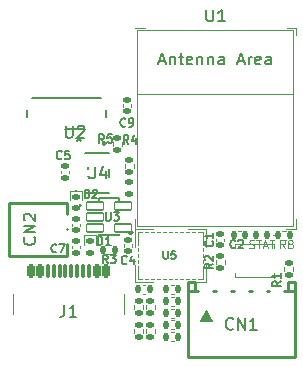
<source format=gto>
G04 #@! TF.GenerationSoftware,KiCad,Pcbnew,8.0.5-8.0.5-0~ubuntu22.04.1*
G04 #@! TF.CreationDate,2024-10-23T16:58:33-07:00*
G04 #@! TF.ProjectId,uSlime,75536c69-6d65-42e6-9b69-6361645f7063,rev?*
G04 #@! TF.SameCoordinates,Original*
G04 #@! TF.FileFunction,Legend,Top*
G04 #@! TF.FilePolarity,Positive*
%FSLAX46Y46*%
G04 Gerber Fmt 4.6, Leading zero omitted, Abs format (unit mm)*
G04 Created by KiCad (PCBNEW 8.0.5-8.0.5-0~ubuntu22.04.1) date 2024-10-23 16:58:33*
%MOMM*%
%LPD*%
G01*
G04 APERTURE LIST*
G04 Aperture macros list*
%AMRoundRect*
0 Rectangle with rounded corners*
0 $1 Rounding radius*
0 $2 $3 $4 $5 $6 $7 $8 $9 X,Y pos of 4 corners*
0 Add a 4 corners polygon primitive as box body*
4,1,4,$2,$3,$4,$5,$6,$7,$8,$9,$2,$3,0*
0 Add four circle primitives for the rounded corners*
1,1,$1+$1,$2,$3*
1,1,$1+$1,$4,$5*
1,1,$1+$1,$6,$7*
1,1,$1+$1,$8,$9*
0 Add four rect primitives between the rounded corners*
20,1,$1+$1,$2,$3,$4,$5,0*
20,1,$1+$1,$4,$5,$6,$7,0*
20,1,$1+$1,$6,$7,$8,$9,0*
20,1,$1+$1,$8,$9,$2,$3,0*%
%AMFreePoly0*
4,1,6,0.725000,-0.725000,-0.725000,-0.725000,-0.725000,0.125000,-0.125000,0.725000,0.725000,0.725000,0.725000,-0.725000,0.725000,-0.725000,$1*%
G04 Aperture macros list end*
%ADD10C,0.100000*%
%ADD11C,0.150000*%
%ADD12C,0.152400*%
%ADD13C,0.117500*%
%ADD14C,0.120000*%
%ADD15C,0.254000*%
%ADD16C,0.101600*%
%ADD17C,0.127000*%
%ADD18C,0.250000*%
%ADD19C,0.200000*%
%ADD20RoundRect,0.135000X0.185000X-0.135000X0.185000X0.135000X-0.185000X0.135000X-0.185000X-0.135000X0*%
%ADD21RoundRect,0.135000X0.135000X0.185000X-0.135000X0.185000X-0.135000X-0.185000X0.135000X-0.185000X0*%
%ADD22RoundRect,0.135000X-0.135000X-0.185000X0.135000X-0.185000X0.135000X0.185000X-0.135000X0.185000X0*%
%ADD23RoundRect,0.147500X-0.172500X0.147500X-0.172500X-0.147500X0.172500X-0.147500X0.172500X0.147500X0*%
%ADD24RoundRect,0.140000X0.170000X-0.140000X0.170000X0.140000X-0.170000X0.140000X-0.170000X-0.140000X0*%
%ADD25C,1.200000*%
%ADD26RoundRect,0.135000X-0.185000X0.135000X-0.185000X-0.135000X0.185000X-0.135000X0.185000X0.135000X0*%
%ADD27RoundRect,0.140000X-0.170000X0.140000X-0.170000X-0.140000X0.170000X-0.140000X0.170000X0.140000X0*%
%ADD28C,0.650000*%
%ADD29RoundRect,0.150000X-0.150000X-0.425000X0.150000X-0.425000X0.150000X0.425000X-0.150000X0.425000X0*%
%ADD30RoundRect,0.075000X-0.075000X-0.500000X0.075000X-0.500000X0.075000X0.500000X-0.075000X0.500000X0*%
%ADD31O,1.000000X2.100000*%
%ADD32O,1.000000X1.800000*%
%ADD33R,0.250000X0.914400*%
%ADD34R,0.812800X0.250000*%
%ADD35RoundRect,0.147500X0.147500X0.172500X-0.147500X0.172500X-0.147500X-0.172500X0.147500X-0.172500X0*%
%ADD36RoundRect,0.140000X-0.140000X-0.170000X0.140000X-0.170000X0.140000X0.170000X-0.140000X0.170000X0*%
%ADD37RoundRect,0.140000X0.140000X0.170000X-0.140000X0.170000X-0.140000X-0.170000X0.140000X-0.170000X0*%
%ADD38C,3.100000*%
%ADD39R,1.320800X0.508000*%
%ADD40R,0.800000X0.400000*%
%ADD41R,0.400000X0.800000*%
%ADD42FreePoly0,0.000000*%
%ADD43R,1.450000X1.450000*%
%ADD44R,0.700000X0.700000*%
%ADD45C,0.900000*%
%ADD46R,0.700000X1.500000*%
%ADD47R,1.000000X0.800000*%
%ADD48C,0.800000*%
%ADD49R,0.900000X1.700000*%
%ADD50C,1.000000*%
%ADD51RoundRect,0.060300X-0.716700X0.341700X-0.716700X-0.341700X0.716700X-0.341700X0.716700X0.341700X0*%
G04 APERTURE END LIST*
D10*
X121466667Y-102585300D02*
X121566667Y-102618633D01*
X121566667Y-102618633D02*
X121733334Y-102618633D01*
X121733334Y-102618633D02*
X121800000Y-102585300D01*
X121800000Y-102585300D02*
X121833334Y-102551966D01*
X121833334Y-102551966D02*
X121866667Y-102485300D01*
X121866667Y-102485300D02*
X121866667Y-102418633D01*
X121866667Y-102418633D02*
X121833334Y-102351966D01*
X121833334Y-102351966D02*
X121800000Y-102318633D01*
X121800000Y-102318633D02*
X121733334Y-102285300D01*
X121733334Y-102285300D02*
X121600000Y-102251966D01*
X121600000Y-102251966D02*
X121533334Y-102218633D01*
X121533334Y-102218633D02*
X121500000Y-102185300D01*
X121500000Y-102185300D02*
X121466667Y-102118633D01*
X121466667Y-102118633D02*
X121466667Y-102051966D01*
X121466667Y-102051966D02*
X121500000Y-101985300D01*
X121500000Y-101985300D02*
X121533334Y-101951966D01*
X121533334Y-101951966D02*
X121600000Y-101918633D01*
X121600000Y-101918633D02*
X121766667Y-101918633D01*
X121766667Y-101918633D02*
X121866667Y-101951966D01*
X122066667Y-101918633D02*
X122466667Y-101918633D01*
X122266667Y-102618633D02*
X122266667Y-101918633D01*
X122666667Y-102418633D02*
X123000000Y-102418633D01*
X122600000Y-102618633D02*
X122833334Y-101918633D01*
X122833334Y-101918633D02*
X123066667Y-102618633D01*
X123200000Y-101918633D02*
X123600000Y-101918633D01*
X123400000Y-102618633D02*
X123400000Y-101918633D01*
D11*
X108633333Y-102316033D02*
X108633333Y-101616033D01*
X108633333Y-101616033D02*
X108800000Y-101616033D01*
X108800000Y-101616033D02*
X108900000Y-101649366D01*
X108900000Y-101649366D02*
X108966667Y-101716033D01*
X108966667Y-101716033D02*
X109000000Y-101782700D01*
X109000000Y-101782700D02*
X109033333Y-101916033D01*
X109033333Y-101916033D02*
X109033333Y-102016033D01*
X109033333Y-102016033D02*
X109000000Y-102149366D01*
X109000000Y-102149366D02*
X108966667Y-102216033D01*
X108966667Y-102216033D02*
X108900000Y-102282700D01*
X108900000Y-102282700D02*
X108800000Y-102316033D01*
X108800000Y-102316033D02*
X108633333Y-102316033D01*
X109700000Y-102316033D02*
X109300000Y-102316033D01*
X109500000Y-102316033D02*
X109500000Y-101616033D01*
X109500000Y-101616033D02*
X109433333Y-101716033D01*
X109433333Y-101716033D02*
X109366667Y-101782700D01*
X109366667Y-101782700D02*
X109300000Y-101816033D01*
X118349366Y-102016666D02*
X118382700Y-102049999D01*
X118382700Y-102049999D02*
X118416033Y-102149999D01*
X118416033Y-102149999D02*
X118416033Y-102216666D01*
X118416033Y-102216666D02*
X118382700Y-102316666D01*
X118382700Y-102316666D02*
X118316033Y-102383333D01*
X118316033Y-102383333D02*
X118249366Y-102416666D01*
X118249366Y-102416666D02*
X118116033Y-102449999D01*
X118116033Y-102449999D02*
X118016033Y-102449999D01*
X118016033Y-102449999D02*
X117882700Y-102416666D01*
X117882700Y-102416666D02*
X117816033Y-102383333D01*
X117816033Y-102383333D02*
X117749366Y-102316666D01*
X117749366Y-102316666D02*
X117716033Y-102216666D01*
X117716033Y-102216666D02*
X117716033Y-102149999D01*
X117716033Y-102149999D02*
X117749366Y-102049999D01*
X117749366Y-102049999D02*
X117782700Y-102016666D01*
X118416033Y-101349999D02*
X118416033Y-101749999D01*
X118416033Y-101549999D02*
X117716033Y-101549999D01*
X117716033Y-101549999D02*
X117816033Y-101616666D01*
X117816033Y-101616666D02*
X117882700Y-101683333D01*
X117882700Y-101683333D02*
X117916033Y-101749999D01*
X120108207Y-109409580D02*
X120060588Y-109457200D01*
X120060588Y-109457200D02*
X119917731Y-109504819D01*
X119917731Y-109504819D02*
X119822493Y-109504819D01*
X119822493Y-109504819D02*
X119679636Y-109457200D01*
X119679636Y-109457200D02*
X119584398Y-109361961D01*
X119584398Y-109361961D02*
X119536779Y-109266723D01*
X119536779Y-109266723D02*
X119489160Y-109076247D01*
X119489160Y-109076247D02*
X119489160Y-108933390D01*
X119489160Y-108933390D02*
X119536779Y-108742914D01*
X119536779Y-108742914D02*
X119584398Y-108647676D01*
X119584398Y-108647676D02*
X119679636Y-108552438D01*
X119679636Y-108552438D02*
X119822493Y-108504819D01*
X119822493Y-108504819D02*
X119917731Y-108504819D01*
X119917731Y-108504819D02*
X120060588Y-108552438D01*
X120060588Y-108552438D02*
X120108207Y-108600057D01*
X120536779Y-109504819D02*
X120536779Y-108504819D01*
X120536779Y-108504819D02*
X121108207Y-109504819D01*
X121108207Y-109504819D02*
X121108207Y-108504819D01*
X122108207Y-109504819D02*
X121536779Y-109504819D01*
X121822493Y-109504819D02*
X121822493Y-108504819D01*
X121822493Y-108504819D02*
X121727255Y-108647676D01*
X121727255Y-108647676D02*
X121632017Y-108742914D01*
X121632017Y-108742914D02*
X121536779Y-108790533D01*
X111233333Y-93766033D02*
X111000000Y-93432700D01*
X110833333Y-93766033D02*
X110833333Y-93066033D01*
X110833333Y-93066033D02*
X111100000Y-93066033D01*
X111100000Y-93066033D02*
X111166667Y-93099366D01*
X111166667Y-93099366D02*
X111200000Y-93132700D01*
X111200000Y-93132700D02*
X111233333Y-93199366D01*
X111233333Y-93199366D02*
X111233333Y-93299366D01*
X111233333Y-93299366D02*
X111200000Y-93366033D01*
X111200000Y-93366033D02*
X111166667Y-93399366D01*
X111166667Y-93399366D02*
X111100000Y-93432700D01*
X111100000Y-93432700D02*
X110833333Y-93432700D01*
X111833333Y-93299366D02*
X111833333Y-93766033D01*
X111666667Y-93032700D02*
X111500000Y-93532700D01*
X111500000Y-93532700D02*
X111933333Y-93532700D01*
X105583333Y-94999366D02*
X105550000Y-95032700D01*
X105550000Y-95032700D02*
X105450000Y-95066033D01*
X105450000Y-95066033D02*
X105383333Y-95066033D01*
X105383333Y-95066033D02*
X105283333Y-95032700D01*
X105283333Y-95032700D02*
X105216667Y-94966033D01*
X105216667Y-94966033D02*
X105183333Y-94899366D01*
X105183333Y-94899366D02*
X105150000Y-94766033D01*
X105150000Y-94766033D02*
X105150000Y-94666033D01*
X105150000Y-94666033D02*
X105183333Y-94532700D01*
X105183333Y-94532700D02*
X105216667Y-94466033D01*
X105216667Y-94466033D02*
X105283333Y-94399366D01*
X105283333Y-94399366D02*
X105383333Y-94366033D01*
X105383333Y-94366033D02*
X105450000Y-94366033D01*
X105450000Y-94366033D02*
X105550000Y-94399366D01*
X105550000Y-94399366D02*
X105583333Y-94432700D01*
X106216667Y-94366033D02*
X105883333Y-94366033D01*
X105883333Y-94366033D02*
X105850000Y-94699366D01*
X105850000Y-94699366D02*
X105883333Y-94666033D01*
X105883333Y-94666033D02*
X105950000Y-94632700D01*
X105950000Y-94632700D02*
X106116667Y-94632700D01*
X106116667Y-94632700D02*
X106183333Y-94666033D01*
X106183333Y-94666033D02*
X106216667Y-94699366D01*
X106216667Y-94699366D02*
X106250000Y-94766033D01*
X106250000Y-94766033D02*
X106250000Y-94932700D01*
X106250000Y-94932700D02*
X106216667Y-94999366D01*
X106216667Y-94999366D02*
X106183333Y-95032700D01*
X106183333Y-95032700D02*
X106116667Y-95066033D01*
X106116667Y-95066033D02*
X105950000Y-95066033D01*
X105950000Y-95066033D02*
X105883333Y-95032700D01*
X105883333Y-95032700D02*
X105850000Y-94999366D01*
X110983333Y-92249366D02*
X110950000Y-92282700D01*
X110950000Y-92282700D02*
X110850000Y-92316033D01*
X110850000Y-92316033D02*
X110783333Y-92316033D01*
X110783333Y-92316033D02*
X110683333Y-92282700D01*
X110683333Y-92282700D02*
X110616667Y-92216033D01*
X110616667Y-92216033D02*
X110583333Y-92149366D01*
X110583333Y-92149366D02*
X110550000Y-92016033D01*
X110550000Y-92016033D02*
X110550000Y-91916033D01*
X110550000Y-91916033D02*
X110583333Y-91782700D01*
X110583333Y-91782700D02*
X110616667Y-91716033D01*
X110616667Y-91716033D02*
X110683333Y-91649366D01*
X110683333Y-91649366D02*
X110783333Y-91616033D01*
X110783333Y-91616033D02*
X110850000Y-91616033D01*
X110850000Y-91616033D02*
X110950000Y-91649366D01*
X110950000Y-91649366D02*
X110983333Y-91682700D01*
X111316667Y-92316033D02*
X111450000Y-92316033D01*
X111450000Y-92316033D02*
X111516667Y-92282700D01*
X111516667Y-92282700D02*
X111550000Y-92249366D01*
X111550000Y-92249366D02*
X111616667Y-92149366D01*
X111616667Y-92149366D02*
X111650000Y-92016033D01*
X111650000Y-92016033D02*
X111650000Y-91749366D01*
X111650000Y-91749366D02*
X111616667Y-91682700D01*
X111616667Y-91682700D02*
X111583333Y-91649366D01*
X111583333Y-91649366D02*
X111516667Y-91616033D01*
X111516667Y-91616033D02*
X111383333Y-91616033D01*
X111383333Y-91616033D02*
X111316667Y-91649366D01*
X111316667Y-91649366D02*
X111283333Y-91682700D01*
X111283333Y-91682700D02*
X111250000Y-91749366D01*
X111250000Y-91749366D02*
X111250000Y-91916033D01*
X111250000Y-91916033D02*
X111283333Y-91982700D01*
X111283333Y-91982700D02*
X111316667Y-92016033D01*
X111316667Y-92016033D02*
X111383333Y-92049366D01*
X111383333Y-92049366D02*
X111516667Y-92049366D01*
X111516667Y-92049366D02*
X111583333Y-92016033D01*
X111583333Y-92016033D02*
X111616667Y-91982700D01*
X111616667Y-91982700D02*
X111650000Y-91916033D01*
X118366033Y-103916666D02*
X118032700Y-104149999D01*
X118366033Y-104316666D02*
X117666033Y-104316666D01*
X117666033Y-104316666D02*
X117666033Y-104049999D01*
X117666033Y-104049999D02*
X117699366Y-103983333D01*
X117699366Y-103983333D02*
X117732700Y-103949999D01*
X117732700Y-103949999D02*
X117799366Y-103916666D01*
X117799366Y-103916666D02*
X117899366Y-103916666D01*
X117899366Y-103916666D02*
X117966033Y-103949999D01*
X117966033Y-103949999D02*
X117999366Y-103983333D01*
X117999366Y-103983333D02*
X118032700Y-104049999D01*
X118032700Y-104049999D02*
X118032700Y-104316666D01*
X117732700Y-103649999D02*
X117699366Y-103616666D01*
X117699366Y-103616666D02*
X117666033Y-103549999D01*
X117666033Y-103549999D02*
X117666033Y-103383333D01*
X117666033Y-103383333D02*
X117699366Y-103316666D01*
X117699366Y-103316666D02*
X117732700Y-103283333D01*
X117732700Y-103283333D02*
X117799366Y-103249999D01*
X117799366Y-103249999D02*
X117866033Y-103249999D01*
X117866033Y-103249999D02*
X117966033Y-103283333D01*
X117966033Y-103283333D02*
X118366033Y-103683333D01*
X118366033Y-103683333D02*
X118366033Y-103249999D01*
X105816666Y-107414819D02*
X105816666Y-108129104D01*
X105816666Y-108129104D02*
X105769047Y-108271961D01*
X105769047Y-108271961D02*
X105673809Y-108367200D01*
X105673809Y-108367200D02*
X105530952Y-108414819D01*
X105530952Y-108414819D02*
X105435714Y-108414819D01*
X106816666Y-108414819D02*
X106245238Y-108414819D01*
X106530952Y-108414819D02*
X106530952Y-107414819D01*
X106530952Y-107414819D02*
X106435714Y-107557676D01*
X106435714Y-107557676D02*
X106340476Y-107652914D01*
X106340476Y-107652914D02*
X106245238Y-107700533D01*
X107533333Y-98366033D02*
X107533333Y-97666033D01*
X107533333Y-97666033D02*
X107700000Y-97666033D01*
X107700000Y-97666033D02*
X107800000Y-97699366D01*
X107800000Y-97699366D02*
X107866667Y-97766033D01*
X107866667Y-97766033D02*
X107900000Y-97832700D01*
X107900000Y-97832700D02*
X107933333Y-97966033D01*
X107933333Y-97966033D02*
X107933333Y-98066033D01*
X107933333Y-98066033D02*
X107900000Y-98199366D01*
X107900000Y-98199366D02*
X107866667Y-98266033D01*
X107866667Y-98266033D02*
X107800000Y-98332700D01*
X107800000Y-98332700D02*
X107700000Y-98366033D01*
X107700000Y-98366033D02*
X107533333Y-98366033D01*
X108200000Y-97732700D02*
X108233333Y-97699366D01*
X108233333Y-97699366D02*
X108300000Y-97666033D01*
X108300000Y-97666033D02*
X108466667Y-97666033D01*
X108466667Y-97666033D02*
X108533333Y-97699366D01*
X108533333Y-97699366D02*
X108566667Y-97732700D01*
X108566667Y-97732700D02*
X108600000Y-97799366D01*
X108600000Y-97799366D02*
X108600000Y-97866033D01*
X108600000Y-97866033D02*
X108566667Y-97966033D01*
X108566667Y-97966033D02*
X108166667Y-98366033D01*
X108166667Y-98366033D02*
X108600000Y-98366033D01*
X111083333Y-103899366D02*
X111050000Y-103932700D01*
X111050000Y-103932700D02*
X110950000Y-103966033D01*
X110950000Y-103966033D02*
X110883333Y-103966033D01*
X110883333Y-103966033D02*
X110783333Y-103932700D01*
X110783333Y-103932700D02*
X110716667Y-103866033D01*
X110716667Y-103866033D02*
X110683333Y-103799366D01*
X110683333Y-103799366D02*
X110650000Y-103666033D01*
X110650000Y-103666033D02*
X110650000Y-103566033D01*
X110650000Y-103566033D02*
X110683333Y-103432700D01*
X110683333Y-103432700D02*
X110716667Y-103366033D01*
X110716667Y-103366033D02*
X110783333Y-103299366D01*
X110783333Y-103299366D02*
X110883333Y-103266033D01*
X110883333Y-103266033D02*
X110950000Y-103266033D01*
X110950000Y-103266033D02*
X111050000Y-103299366D01*
X111050000Y-103299366D02*
X111083333Y-103332700D01*
X111683333Y-103499366D02*
X111683333Y-103966033D01*
X111516667Y-103232700D02*
X111350000Y-103732700D01*
X111350000Y-103732700D02*
X111783333Y-103732700D01*
X109483333Y-103866033D02*
X109250000Y-103532700D01*
X109083333Y-103866033D02*
X109083333Y-103166033D01*
X109083333Y-103166033D02*
X109350000Y-103166033D01*
X109350000Y-103166033D02*
X109416667Y-103199366D01*
X109416667Y-103199366D02*
X109450000Y-103232700D01*
X109450000Y-103232700D02*
X109483333Y-103299366D01*
X109483333Y-103299366D02*
X109483333Y-103399366D01*
X109483333Y-103399366D02*
X109450000Y-103466033D01*
X109450000Y-103466033D02*
X109416667Y-103499366D01*
X109416667Y-103499366D02*
X109350000Y-103532700D01*
X109350000Y-103532700D02*
X109083333Y-103532700D01*
X109716667Y-103166033D02*
X110150000Y-103166033D01*
X110150000Y-103166033D02*
X109916667Y-103432700D01*
X109916667Y-103432700D02*
X110016667Y-103432700D01*
X110016667Y-103432700D02*
X110083333Y-103466033D01*
X110083333Y-103466033D02*
X110116667Y-103499366D01*
X110116667Y-103499366D02*
X110150000Y-103566033D01*
X110150000Y-103566033D02*
X110150000Y-103732700D01*
X110150000Y-103732700D02*
X110116667Y-103799366D01*
X110116667Y-103799366D02*
X110083333Y-103832700D01*
X110083333Y-103832700D02*
X110016667Y-103866033D01*
X110016667Y-103866033D02*
X109816667Y-103866033D01*
X109816667Y-103866033D02*
X109750000Y-103832700D01*
X109750000Y-103832700D02*
X109716667Y-103799366D01*
X109183333Y-93666033D02*
X108950000Y-93332700D01*
X108783333Y-93666033D02*
X108783333Y-92966033D01*
X108783333Y-92966033D02*
X109050000Y-92966033D01*
X109050000Y-92966033D02*
X109116667Y-92999366D01*
X109116667Y-92999366D02*
X109150000Y-93032700D01*
X109150000Y-93032700D02*
X109183333Y-93099366D01*
X109183333Y-93099366D02*
X109183333Y-93199366D01*
X109183333Y-93199366D02*
X109150000Y-93266033D01*
X109150000Y-93266033D02*
X109116667Y-93299366D01*
X109116667Y-93299366D02*
X109050000Y-93332700D01*
X109050000Y-93332700D02*
X108783333Y-93332700D01*
X109816667Y-92966033D02*
X109483333Y-92966033D01*
X109483333Y-92966033D02*
X109450000Y-93299366D01*
X109450000Y-93299366D02*
X109483333Y-93266033D01*
X109483333Y-93266033D02*
X109550000Y-93232700D01*
X109550000Y-93232700D02*
X109716667Y-93232700D01*
X109716667Y-93232700D02*
X109783333Y-93266033D01*
X109783333Y-93266033D02*
X109816667Y-93299366D01*
X109816667Y-93299366D02*
X109850000Y-93366033D01*
X109850000Y-93366033D02*
X109850000Y-93532700D01*
X109850000Y-93532700D02*
X109816667Y-93599366D01*
X109816667Y-93599366D02*
X109783333Y-93632700D01*
X109783333Y-93632700D02*
X109716667Y-93666033D01*
X109716667Y-93666033D02*
X109550000Y-93666033D01*
X109550000Y-93666033D02*
X109483333Y-93632700D01*
X109483333Y-93632700D02*
X109450000Y-93599366D01*
D12*
X114197615Y-102837737D02*
X114197615Y-103371520D01*
X114197615Y-103371520D02*
X114229014Y-103434318D01*
X114229014Y-103434318D02*
X114260413Y-103465718D01*
X114260413Y-103465718D02*
X114323211Y-103497117D01*
X114323211Y-103497117D02*
X114448807Y-103497117D01*
X114448807Y-103497117D02*
X114511605Y-103465718D01*
X114511605Y-103465718D02*
X114543004Y-103434318D01*
X114543004Y-103434318D02*
X114574403Y-103371520D01*
X114574403Y-103371520D02*
X114574403Y-102837737D01*
X115202384Y-102837737D02*
X114888394Y-102837737D01*
X114888394Y-102837737D02*
X114856995Y-103151727D01*
X114856995Y-103151727D02*
X114888394Y-103120328D01*
X114888394Y-103120328D02*
X114951192Y-103088929D01*
X114951192Y-103088929D02*
X115108187Y-103088929D01*
X115108187Y-103088929D02*
X115170985Y-103120328D01*
X115170985Y-103120328D02*
X115202384Y-103151727D01*
X115202384Y-103151727D02*
X115233783Y-103214525D01*
X115233783Y-103214525D02*
X115233783Y-103371520D01*
X115233783Y-103371520D02*
X115202384Y-103434318D01*
X115202384Y-103434318D02*
X115170985Y-103465718D01*
X115170985Y-103465718D02*
X115108187Y-103497117D01*
X115108187Y-103497117D02*
X114951192Y-103497117D01*
X114951192Y-103497117D02*
X114888394Y-103465718D01*
X114888394Y-103465718D02*
X114856995Y-103434318D01*
D13*
X124483333Y-102617723D02*
X124250000Y-102284390D01*
X124083333Y-102617723D02*
X124083333Y-101917723D01*
X124083333Y-101917723D02*
X124350000Y-101917723D01*
X124350000Y-101917723D02*
X124416667Y-101951056D01*
X124416667Y-101951056D02*
X124450000Y-101984390D01*
X124450000Y-101984390D02*
X124483333Y-102051056D01*
X124483333Y-102051056D02*
X124483333Y-102151056D01*
X124483333Y-102151056D02*
X124450000Y-102217723D01*
X124450000Y-102217723D02*
X124416667Y-102251056D01*
X124416667Y-102251056D02*
X124350000Y-102284390D01*
X124350000Y-102284390D02*
X124083333Y-102284390D01*
X124883333Y-102217723D02*
X124816667Y-102184390D01*
X124816667Y-102184390D02*
X124783333Y-102151056D01*
X124783333Y-102151056D02*
X124750000Y-102084390D01*
X124750000Y-102084390D02*
X124750000Y-102051056D01*
X124750000Y-102051056D02*
X124783333Y-101984390D01*
X124783333Y-101984390D02*
X124816667Y-101951056D01*
X124816667Y-101951056D02*
X124883333Y-101917723D01*
X124883333Y-101917723D02*
X125016667Y-101917723D01*
X125016667Y-101917723D02*
X125083333Y-101951056D01*
X125083333Y-101951056D02*
X125116667Y-101984390D01*
X125116667Y-101984390D02*
X125150000Y-102051056D01*
X125150000Y-102051056D02*
X125150000Y-102084390D01*
X125150000Y-102084390D02*
X125116667Y-102151056D01*
X125116667Y-102151056D02*
X125083333Y-102184390D01*
X125083333Y-102184390D02*
X125016667Y-102217723D01*
X125016667Y-102217723D02*
X124883333Y-102217723D01*
X124883333Y-102217723D02*
X124816667Y-102251056D01*
X124816667Y-102251056D02*
X124783333Y-102284390D01*
X124783333Y-102284390D02*
X124750000Y-102351056D01*
X124750000Y-102351056D02*
X124750000Y-102484390D01*
X124750000Y-102484390D02*
X124783333Y-102551056D01*
X124783333Y-102551056D02*
X124816667Y-102584390D01*
X124816667Y-102584390D02*
X124883333Y-102617723D01*
X124883333Y-102617723D02*
X125016667Y-102617723D01*
X125016667Y-102617723D02*
X125083333Y-102584390D01*
X125083333Y-102584390D02*
X125116667Y-102551056D01*
X125116667Y-102551056D02*
X125150000Y-102484390D01*
X125150000Y-102484390D02*
X125150000Y-102351056D01*
X125150000Y-102351056D02*
X125116667Y-102284390D01*
X125116667Y-102284390D02*
X125083333Y-102251056D01*
X125083333Y-102251056D02*
X125016667Y-102217723D01*
D11*
X124116033Y-105416666D02*
X123782700Y-105649999D01*
X124116033Y-105816666D02*
X123416033Y-105816666D01*
X123416033Y-105816666D02*
X123416033Y-105549999D01*
X123416033Y-105549999D02*
X123449366Y-105483333D01*
X123449366Y-105483333D02*
X123482700Y-105449999D01*
X123482700Y-105449999D02*
X123549366Y-105416666D01*
X123549366Y-105416666D02*
X123649366Y-105416666D01*
X123649366Y-105416666D02*
X123716033Y-105449999D01*
X123716033Y-105449999D02*
X123749366Y-105483333D01*
X123749366Y-105483333D02*
X123782700Y-105549999D01*
X123782700Y-105549999D02*
X123782700Y-105816666D01*
X124116033Y-104749999D02*
X124116033Y-105149999D01*
X124116033Y-104949999D02*
X123416033Y-104949999D01*
X123416033Y-104949999D02*
X123516033Y-105016666D01*
X123516033Y-105016666D02*
X123582700Y-105083333D01*
X123582700Y-105083333D02*
X123616033Y-105149999D01*
X120283333Y-102549366D02*
X120250000Y-102582700D01*
X120250000Y-102582700D02*
X120150000Y-102616033D01*
X120150000Y-102616033D02*
X120083333Y-102616033D01*
X120083333Y-102616033D02*
X119983333Y-102582700D01*
X119983333Y-102582700D02*
X119916667Y-102516033D01*
X119916667Y-102516033D02*
X119883333Y-102449366D01*
X119883333Y-102449366D02*
X119850000Y-102316033D01*
X119850000Y-102316033D02*
X119850000Y-102216033D01*
X119850000Y-102216033D02*
X119883333Y-102082700D01*
X119883333Y-102082700D02*
X119916667Y-102016033D01*
X119916667Y-102016033D02*
X119983333Y-101949366D01*
X119983333Y-101949366D02*
X120083333Y-101916033D01*
X120083333Y-101916033D02*
X120150000Y-101916033D01*
X120150000Y-101916033D02*
X120250000Y-101949366D01*
X120250000Y-101949366D02*
X120283333Y-101982700D01*
X120550000Y-101982700D02*
X120583333Y-101949366D01*
X120583333Y-101949366D02*
X120650000Y-101916033D01*
X120650000Y-101916033D02*
X120816667Y-101916033D01*
X120816667Y-101916033D02*
X120883333Y-101949366D01*
X120883333Y-101949366D02*
X120916667Y-101982700D01*
X120916667Y-101982700D02*
X120950000Y-102049366D01*
X120950000Y-102049366D02*
X120950000Y-102116033D01*
X120950000Y-102116033D02*
X120916667Y-102216033D01*
X120916667Y-102216033D02*
X120516667Y-102616033D01*
X120516667Y-102616033D02*
X120950000Y-102616033D01*
X107838095Y-95704819D02*
X107838095Y-96514342D01*
X107838095Y-96514342D02*
X107885714Y-96609580D01*
X107885714Y-96609580D02*
X107933333Y-96657200D01*
X107933333Y-96657200D02*
X108028571Y-96704819D01*
X108028571Y-96704819D02*
X108219047Y-96704819D01*
X108219047Y-96704819D02*
X108314285Y-96657200D01*
X108314285Y-96657200D02*
X108361904Y-96609580D01*
X108361904Y-96609580D02*
X108409523Y-96514342D01*
X108409523Y-96514342D02*
X108409523Y-95704819D01*
X109314285Y-96038152D02*
X109314285Y-96704819D01*
X109076190Y-95657200D02*
X108838095Y-96371485D01*
X108838095Y-96371485D02*
X109457142Y-96371485D01*
X107050600Y-93103819D02*
X107050600Y-93341914D01*
X106812505Y-93246676D02*
X107050600Y-93341914D01*
X107050600Y-93341914D02*
X107288695Y-93246676D01*
X106907743Y-93532390D02*
X107050600Y-93341914D01*
X107050600Y-93341914D02*
X107193457Y-93532390D01*
X107050600Y-93103819D02*
X107050600Y-93341914D01*
X106812505Y-93246676D02*
X107050600Y-93341914D01*
X107050600Y-93341914D02*
X107288695Y-93246676D01*
X106907743Y-93532390D02*
X107050600Y-93341914D01*
X107050600Y-93341914D02*
X107193457Y-93532390D01*
X117838095Y-82404819D02*
X117838095Y-83214342D01*
X117838095Y-83214342D02*
X117885714Y-83309580D01*
X117885714Y-83309580D02*
X117933333Y-83357200D01*
X117933333Y-83357200D02*
X118028571Y-83404819D01*
X118028571Y-83404819D02*
X118219047Y-83404819D01*
X118219047Y-83404819D02*
X118314285Y-83357200D01*
X118314285Y-83357200D02*
X118361904Y-83309580D01*
X118361904Y-83309580D02*
X118409523Y-83214342D01*
X118409523Y-83214342D02*
X118409523Y-82404819D01*
X119409523Y-83404819D02*
X118838095Y-83404819D01*
X119123809Y-83404819D02*
X119123809Y-82404819D01*
X119123809Y-82404819D02*
X119028571Y-82547676D01*
X119028571Y-82547676D02*
X118933333Y-82642914D01*
X118933333Y-82642914D02*
X118838095Y-82690533D01*
X113838094Y-86769104D02*
X114314284Y-86769104D01*
X113742856Y-87054819D02*
X114076189Y-86054819D01*
X114076189Y-86054819D02*
X114409522Y-87054819D01*
X114742856Y-86388152D02*
X114742856Y-87054819D01*
X114742856Y-86483390D02*
X114790475Y-86435771D01*
X114790475Y-86435771D02*
X114885713Y-86388152D01*
X114885713Y-86388152D02*
X115028570Y-86388152D01*
X115028570Y-86388152D02*
X115123808Y-86435771D01*
X115123808Y-86435771D02*
X115171427Y-86531009D01*
X115171427Y-86531009D02*
X115171427Y-87054819D01*
X115504761Y-86388152D02*
X115885713Y-86388152D01*
X115647618Y-86054819D02*
X115647618Y-86911961D01*
X115647618Y-86911961D02*
X115695237Y-87007200D01*
X115695237Y-87007200D02*
X115790475Y-87054819D01*
X115790475Y-87054819D02*
X115885713Y-87054819D01*
X116599999Y-87007200D02*
X116504761Y-87054819D01*
X116504761Y-87054819D02*
X116314285Y-87054819D01*
X116314285Y-87054819D02*
X116219047Y-87007200D01*
X116219047Y-87007200D02*
X116171428Y-86911961D01*
X116171428Y-86911961D02*
X116171428Y-86531009D01*
X116171428Y-86531009D02*
X116219047Y-86435771D01*
X116219047Y-86435771D02*
X116314285Y-86388152D01*
X116314285Y-86388152D02*
X116504761Y-86388152D01*
X116504761Y-86388152D02*
X116599999Y-86435771D01*
X116599999Y-86435771D02*
X116647618Y-86531009D01*
X116647618Y-86531009D02*
X116647618Y-86626247D01*
X116647618Y-86626247D02*
X116171428Y-86721485D01*
X117076190Y-86388152D02*
X117076190Y-87054819D01*
X117076190Y-86483390D02*
X117123809Y-86435771D01*
X117123809Y-86435771D02*
X117219047Y-86388152D01*
X117219047Y-86388152D02*
X117361904Y-86388152D01*
X117361904Y-86388152D02*
X117457142Y-86435771D01*
X117457142Y-86435771D02*
X117504761Y-86531009D01*
X117504761Y-86531009D02*
X117504761Y-87054819D01*
X117980952Y-86388152D02*
X117980952Y-87054819D01*
X117980952Y-86483390D02*
X118028571Y-86435771D01*
X118028571Y-86435771D02*
X118123809Y-86388152D01*
X118123809Y-86388152D02*
X118266666Y-86388152D01*
X118266666Y-86388152D02*
X118361904Y-86435771D01*
X118361904Y-86435771D02*
X118409523Y-86531009D01*
X118409523Y-86531009D02*
X118409523Y-87054819D01*
X119314285Y-87054819D02*
X119314285Y-86531009D01*
X119314285Y-86531009D02*
X119266666Y-86435771D01*
X119266666Y-86435771D02*
X119171428Y-86388152D01*
X119171428Y-86388152D02*
X118980952Y-86388152D01*
X118980952Y-86388152D02*
X118885714Y-86435771D01*
X119314285Y-87007200D02*
X119219047Y-87054819D01*
X119219047Y-87054819D02*
X118980952Y-87054819D01*
X118980952Y-87054819D02*
X118885714Y-87007200D01*
X118885714Y-87007200D02*
X118838095Y-86911961D01*
X118838095Y-86911961D02*
X118838095Y-86816723D01*
X118838095Y-86816723D02*
X118885714Y-86721485D01*
X118885714Y-86721485D02*
X118980952Y-86673866D01*
X118980952Y-86673866D02*
X119219047Y-86673866D01*
X119219047Y-86673866D02*
X119314285Y-86626247D01*
X120504762Y-86769104D02*
X120980952Y-86769104D01*
X120409524Y-87054819D02*
X120742857Y-86054819D01*
X120742857Y-86054819D02*
X121076190Y-87054819D01*
X121409524Y-87054819D02*
X121409524Y-86388152D01*
X121409524Y-86578628D02*
X121457143Y-86483390D01*
X121457143Y-86483390D02*
X121504762Y-86435771D01*
X121504762Y-86435771D02*
X121600000Y-86388152D01*
X121600000Y-86388152D02*
X121695238Y-86388152D01*
X122409524Y-87007200D02*
X122314286Y-87054819D01*
X122314286Y-87054819D02*
X122123810Y-87054819D01*
X122123810Y-87054819D02*
X122028572Y-87007200D01*
X122028572Y-87007200D02*
X121980953Y-86911961D01*
X121980953Y-86911961D02*
X121980953Y-86531009D01*
X121980953Y-86531009D02*
X122028572Y-86435771D01*
X122028572Y-86435771D02*
X122123810Y-86388152D01*
X122123810Y-86388152D02*
X122314286Y-86388152D01*
X122314286Y-86388152D02*
X122409524Y-86435771D01*
X122409524Y-86435771D02*
X122457143Y-86531009D01*
X122457143Y-86531009D02*
X122457143Y-86626247D01*
X122457143Y-86626247D02*
X121980953Y-86721485D01*
X123314286Y-87054819D02*
X123314286Y-86531009D01*
X123314286Y-86531009D02*
X123266667Y-86435771D01*
X123266667Y-86435771D02*
X123171429Y-86388152D01*
X123171429Y-86388152D02*
X122980953Y-86388152D01*
X122980953Y-86388152D02*
X122885715Y-86435771D01*
X123314286Y-87007200D02*
X123219048Y-87054819D01*
X123219048Y-87054819D02*
X122980953Y-87054819D01*
X122980953Y-87054819D02*
X122885715Y-87007200D01*
X122885715Y-87007200D02*
X122838096Y-86911961D01*
X122838096Y-86911961D02*
X122838096Y-86816723D01*
X122838096Y-86816723D02*
X122885715Y-86721485D01*
X122885715Y-86721485D02*
X122980953Y-86673866D01*
X122980953Y-86673866D02*
X123219048Y-86673866D01*
X123219048Y-86673866D02*
X123314286Y-86626247D01*
X105938095Y-92254819D02*
X105938095Y-93064342D01*
X105938095Y-93064342D02*
X105985714Y-93159580D01*
X105985714Y-93159580D02*
X106033333Y-93207200D01*
X106033333Y-93207200D02*
X106128571Y-93254819D01*
X106128571Y-93254819D02*
X106319047Y-93254819D01*
X106319047Y-93254819D02*
X106414285Y-93207200D01*
X106414285Y-93207200D02*
X106461904Y-93159580D01*
X106461904Y-93159580D02*
X106509523Y-93064342D01*
X106509523Y-93064342D02*
X106509523Y-92254819D01*
X106938095Y-92350057D02*
X106985714Y-92302438D01*
X106985714Y-92302438D02*
X107080952Y-92254819D01*
X107080952Y-92254819D02*
X107319047Y-92254819D01*
X107319047Y-92254819D02*
X107414285Y-92302438D01*
X107414285Y-92302438D02*
X107461904Y-92350057D01*
X107461904Y-92350057D02*
X107509523Y-92445295D01*
X107509523Y-92445295D02*
X107509523Y-92540533D01*
X107509523Y-92540533D02*
X107461904Y-92683390D01*
X107461904Y-92683390D02*
X106890476Y-93254819D01*
X106890476Y-93254819D02*
X107509523Y-93254819D01*
X103259580Y-101690476D02*
X103307200Y-101738095D01*
X103307200Y-101738095D02*
X103354819Y-101880952D01*
X103354819Y-101880952D02*
X103354819Y-101976190D01*
X103354819Y-101976190D02*
X103307200Y-102119047D01*
X103307200Y-102119047D02*
X103211961Y-102214285D01*
X103211961Y-102214285D02*
X103116723Y-102261904D01*
X103116723Y-102261904D02*
X102926247Y-102309523D01*
X102926247Y-102309523D02*
X102783390Y-102309523D01*
X102783390Y-102309523D02*
X102592914Y-102261904D01*
X102592914Y-102261904D02*
X102497676Y-102214285D01*
X102497676Y-102214285D02*
X102402438Y-102119047D01*
X102402438Y-102119047D02*
X102354819Y-101976190D01*
X102354819Y-101976190D02*
X102354819Y-101880952D01*
X102354819Y-101880952D02*
X102402438Y-101738095D01*
X102402438Y-101738095D02*
X102450057Y-101690476D01*
X103354819Y-101261904D02*
X102354819Y-101261904D01*
X102354819Y-101261904D02*
X103354819Y-100690476D01*
X103354819Y-100690476D02*
X102354819Y-100690476D01*
X102450057Y-100261904D02*
X102402438Y-100214285D01*
X102402438Y-100214285D02*
X102354819Y-100119047D01*
X102354819Y-100119047D02*
X102354819Y-99880952D01*
X102354819Y-99880952D02*
X102402438Y-99785714D01*
X102402438Y-99785714D02*
X102450057Y-99738095D01*
X102450057Y-99738095D02*
X102545295Y-99690476D01*
X102545295Y-99690476D02*
X102640533Y-99690476D01*
X102640533Y-99690476D02*
X102783390Y-99738095D01*
X102783390Y-99738095D02*
X103354819Y-100309523D01*
X103354819Y-100309523D02*
X103354819Y-99690476D01*
X109316666Y-99566033D02*
X109316666Y-100132700D01*
X109316666Y-100132700D02*
X109350000Y-100199366D01*
X109350000Y-100199366D02*
X109383333Y-100232700D01*
X109383333Y-100232700D02*
X109450000Y-100266033D01*
X109450000Y-100266033D02*
X109583333Y-100266033D01*
X109583333Y-100266033D02*
X109650000Y-100232700D01*
X109650000Y-100232700D02*
X109683333Y-100199366D01*
X109683333Y-100199366D02*
X109716666Y-100132700D01*
X109716666Y-100132700D02*
X109716666Y-99566033D01*
X109983333Y-99566033D02*
X110416666Y-99566033D01*
X110416666Y-99566033D02*
X110183333Y-99832700D01*
X110183333Y-99832700D02*
X110283333Y-99832700D01*
X110283333Y-99832700D02*
X110349999Y-99866033D01*
X110349999Y-99866033D02*
X110383333Y-99899366D01*
X110383333Y-99899366D02*
X110416666Y-99966033D01*
X110416666Y-99966033D02*
X110416666Y-100132700D01*
X110416666Y-100132700D02*
X110383333Y-100199366D01*
X110383333Y-100199366D02*
X110349999Y-100232700D01*
X110349999Y-100232700D02*
X110283333Y-100266033D01*
X110283333Y-100266033D02*
X110083333Y-100266033D01*
X110083333Y-100266033D02*
X110016666Y-100232700D01*
X110016666Y-100232700D02*
X109983333Y-100199366D01*
X105133333Y-102899366D02*
X105100000Y-102932700D01*
X105100000Y-102932700D02*
X105000000Y-102966033D01*
X105000000Y-102966033D02*
X104933333Y-102966033D01*
X104933333Y-102966033D02*
X104833333Y-102932700D01*
X104833333Y-102932700D02*
X104766667Y-102866033D01*
X104766667Y-102866033D02*
X104733333Y-102799366D01*
X104733333Y-102799366D02*
X104700000Y-102666033D01*
X104700000Y-102666033D02*
X104700000Y-102566033D01*
X104700000Y-102566033D02*
X104733333Y-102432700D01*
X104733333Y-102432700D02*
X104766667Y-102366033D01*
X104766667Y-102366033D02*
X104833333Y-102299366D01*
X104833333Y-102299366D02*
X104933333Y-102266033D01*
X104933333Y-102266033D02*
X105000000Y-102266033D01*
X105000000Y-102266033D02*
X105100000Y-102299366D01*
X105100000Y-102299366D02*
X105133333Y-102332700D01*
X105366667Y-102266033D02*
X105833333Y-102266033D01*
X105833333Y-102266033D02*
X105533333Y-102966033D01*
D14*
X112720000Y-109753641D02*
X112720000Y-109446359D01*
X113480000Y-109753641D02*
X113480000Y-109446359D01*
X115103641Y-108480000D02*
X114796359Y-108480000D01*
X115103641Y-107720000D02*
X114796359Y-107720000D01*
X114796359Y-106720000D02*
X115103641Y-106720000D01*
X114796359Y-107480000D02*
X115103641Y-107480000D01*
D10*
X107450000Y-101500000D02*
X107450000Y-102300000D01*
X108450000Y-101500000D02*
X107450000Y-101500000D01*
X108450000Y-101500000D02*
X108450000Y-102300000D01*
X108000000Y-101500000D02*
G75*
G02*
X107900000Y-101500000I-50000J0D01*
G01*
X107900000Y-101500000D02*
G75*
G02*
X108000000Y-101500000I50000J0D01*
G01*
D14*
X118640000Y-102007836D02*
X118640000Y-101792164D01*
X119360000Y-102007836D02*
X119360000Y-101792164D01*
D15*
X116295000Y-105500000D02*
X116845000Y-105500000D01*
X116295000Y-106259000D02*
X117165000Y-106259000D01*
X116295000Y-111800000D02*
X116295000Y-105500000D01*
X116295000Y-111800000D02*
X125295000Y-111800000D01*
X116845000Y-105500000D02*
X116845000Y-106259000D01*
X118425000Y-106259000D02*
X118665000Y-106259000D01*
X119925000Y-106259000D02*
X120165000Y-106259000D01*
X121425000Y-106259000D02*
X121665000Y-106259000D01*
X122925000Y-106259000D02*
X123165000Y-106259000D01*
X124435000Y-106260000D02*
X125304000Y-106260000D01*
X124755000Y-105500000D02*
X124755000Y-106259000D01*
X125295000Y-105500000D02*
X125295000Y-111800000D01*
X125305000Y-105500000D02*
X124755000Y-105500000D01*
D14*
X118295000Y-108800000D02*
X117295000Y-108800000D01*
X117795000Y-107800000D01*
X118295000Y-108800000D01*
G36*
X118295000Y-108800000D02*
G01*
X117295000Y-108800000D01*
X117795000Y-107800000D01*
X118295000Y-108800000D01*
G37*
X110920000Y-95803641D02*
X110920000Y-95496359D01*
X111680000Y-95803641D02*
X111680000Y-95496359D01*
X105490000Y-96257836D02*
X105490000Y-96042164D01*
X106210000Y-96257836D02*
X106210000Y-96042164D01*
X110740000Y-90657836D02*
X110740000Y-90442164D01*
X111460000Y-90657836D02*
X111460000Y-90442164D01*
X118620000Y-103646359D02*
X118620000Y-103953641D01*
X119380000Y-103646359D02*
X119380000Y-103953641D01*
X106440000Y-100522164D02*
X106440000Y-100737836D01*
X107160000Y-100522164D02*
X107160000Y-100737836D01*
X101480000Y-108150000D02*
X101480000Y-106450000D01*
X110820000Y-108150000D02*
X110820000Y-106450000D01*
X115103641Y-106480000D02*
X114796359Y-106480000D01*
X115103641Y-105720000D02*
X114796359Y-105720000D01*
X113480000Y-107753641D02*
X113480000Y-107446359D01*
X112720000Y-107753641D02*
X112720000Y-107446359D01*
X111720000Y-107446359D02*
X111720000Y-107753641D01*
X112480000Y-107446359D02*
X112480000Y-107753641D01*
D10*
X106300000Y-97750000D02*
X106300000Y-98550000D01*
X107300000Y-97750000D02*
X106300000Y-97750000D01*
X107300000Y-97750000D02*
X107300000Y-98550000D01*
X106850000Y-97750000D02*
G75*
G02*
X106750000Y-97750000I-50000J0D01*
G01*
X106750000Y-97750000D02*
G75*
G02*
X106850000Y-97750000I50000J0D01*
G01*
D14*
X110840000Y-102292164D02*
X110840000Y-102507836D01*
X111560000Y-102292164D02*
X111560000Y-102507836D01*
X109446359Y-102370000D02*
X109753641Y-102370000D01*
X109446359Y-103130000D02*
X109753641Y-103130000D01*
X109920000Y-93953641D02*
X109920000Y-93646359D01*
X110680000Y-93953641D02*
X110680000Y-93646359D01*
X114796359Y-109480000D02*
X115103641Y-109480000D01*
X114796359Y-108720000D02*
X115103641Y-108720000D01*
D16*
X111800000Y-101000010D02*
X111800000Y-102500010D01*
X111800000Y-104000010D02*
X111800000Y-105500010D01*
X112050010Y-101250000D02*
X112050010Y-105249990D01*
X113300000Y-101000010D02*
X111800000Y-101000010D01*
X113300000Y-105500010D02*
X111800000Y-105500010D01*
X117550000Y-101250000D02*
X112050010Y-101250000D01*
X117550000Y-101250000D02*
X117550000Y-105249990D01*
X117550000Y-105249990D02*
X112050010Y-105249990D01*
X117799990Y-101000010D02*
X116299990Y-101000010D01*
X117799990Y-101000010D02*
X117799990Y-102500010D01*
X117799990Y-104000010D02*
X117799990Y-105500010D01*
X117799990Y-105500010D02*
X116299990Y-105500010D01*
D15*
X111553520Y-101266940D02*
G75*
G02*
X111303580Y-101266940I-124970J0D01*
G01*
X111303580Y-101266940D02*
G75*
G02*
X111553520Y-101266940I124970J0D01*
G01*
D10*
X123622500Y-101500000D02*
G75*
G02*
X123522500Y-101500000I-50000J0D01*
G01*
X123522500Y-101500000D02*
G75*
G02*
X123622500Y-101500000I50000J0D01*
G01*
D14*
X112442164Y-105740000D02*
X112657836Y-105740000D01*
X112442164Y-106460000D02*
X112657836Y-106460000D01*
X124536141Y-101120000D02*
X124228859Y-101120000D01*
X124536141Y-101880000D02*
X124228859Y-101880000D01*
X124420000Y-104196359D02*
X124420000Y-104503641D01*
X125180000Y-104196359D02*
X125180000Y-104503641D01*
X120725336Y-101140000D02*
X120509664Y-101140000D01*
X120725336Y-101860000D02*
X120509664Y-101860000D01*
X111720000Y-109446359D02*
X111720000Y-109753641D01*
X112480000Y-109446359D02*
X112480000Y-109753641D01*
D12*
X107571300Y-97926400D02*
X109628700Y-97926400D01*
X109628700Y-94573600D02*
X107571300Y-94573600D01*
X109628700Y-96613261D02*
X109628700Y-95886739D01*
D14*
X111800000Y-100150000D02*
X111800000Y-100950000D01*
X111800000Y-100950000D02*
X112600000Y-100950000D01*
X112000000Y-84150000D02*
X125200000Y-84150000D01*
X112000000Y-89550000D02*
X125200000Y-89550000D01*
X112000000Y-100750000D02*
X112000000Y-84150000D01*
X112675000Y-83950000D02*
X111825000Y-83950000D01*
X124650000Y-83950000D02*
X125400000Y-83950000D01*
X125200000Y-84150000D02*
X125200000Y-100750000D01*
X125200000Y-100750000D02*
X112000000Y-100750000D01*
X125400000Y-83950000D02*
X125400000Y-84550000D01*
X125400000Y-100150000D02*
X125400000Y-100950000D01*
X125400000Y-100950000D02*
X124600000Y-100950000D01*
X114796359Y-109720000D02*
X115103641Y-109720000D01*
X114796359Y-110480000D02*
X115103641Y-110480000D01*
D17*
X102625000Y-91525000D02*
X102625000Y-90925000D01*
X107575000Y-92525000D02*
X105875000Y-92525000D01*
X108875000Y-89925000D02*
X103075000Y-89925000D01*
X109325000Y-90925000D02*
X109325000Y-91525000D01*
D18*
X109275000Y-93725000D02*
G75*
G02*
X109075000Y-93725000I-100000J0D01*
G01*
X109075000Y-93725000D02*
G75*
G02*
X109275000Y-93725000I100000J0D01*
G01*
D14*
X120250000Y-102250000D02*
X120250000Y-102550000D01*
X120250000Y-105050000D02*
X120250000Y-104750000D01*
X123550000Y-102250000D02*
X120250000Y-102250000D01*
X123550000Y-102550000D02*
X123550000Y-102250000D01*
X123550000Y-104750000D02*
X123550000Y-105050000D01*
X123550000Y-105050000D02*
X120250000Y-105050000D01*
D15*
X101100000Y-98750000D02*
X101100000Y-103250000D01*
X101100000Y-103250000D02*
X106000000Y-103250000D01*
X106000000Y-98750000D02*
X101100000Y-98750000D01*
X106000000Y-98750000D02*
X106000000Y-99751000D01*
X106000000Y-100999000D02*
X106000000Y-101001000D01*
X106000000Y-102249000D02*
X106000000Y-103250000D01*
D17*
X108750000Y-98400000D02*
X108750000Y-98500000D01*
X108750000Y-101500000D02*
X108750000Y-101400000D01*
X110450000Y-98400000D02*
X108750000Y-98400000D01*
X110450000Y-98400000D02*
X110450000Y-98500000D01*
X110450000Y-101500000D02*
X108750000Y-101500000D01*
X110450000Y-101500000D02*
X110450000Y-101400000D01*
D19*
X107231000Y-99000000D02*
G75*
G02*
X107031000Y-99000000I-100000J0D01*
G01*
X107031000Y-99000000D02*
G75*
G02*
X107231000Y-99000000I100000J0D01*
G01*
D10*
X111350000Y-96410000D02*
G75*
G02*
X111250000Y-96410000I-50000J0D01*
G01*
X111250000Y-96410000D02*
G75*
G02*
X111350000Y-96410000I50000J0D01*
G01*
D14*
X106440000Y-102607836D02*
X106440000Y-102392164D01*
X107160000Y-102607836D02*
X107160000Y-102392164D01*
%LPC*%
D20*
X113100000Y-110110000D03*
X113100000Y-109090000D03*
D21*
X115460000Y-108100000D03*
X114440000Y-108100000D03*
D22*
X114440000Y-107100000D03*
X115460000Y-107100000D03*
D23*
X107950000Y-102015000D03*
X107950000Y-102985000D03*
D24*
X119000000Y-102380000D03*
X119000000Y-101420000D03*
D25*
X117795000Y-106800000D03*
X119295000Y-106800000D03*
X120795000Y-106800000D03*
X122295000Y-106800000D03*
X123795000Y-106800000D03*
D20*
X111300000Y-96160000D03*
X111300000Y-95140000D03*
D24*
X105850000Y-96630000D03*
X105850000Y-95670000D03*
X111100000Y-91030000D03*
X111100000Y-90070000D03*
D26*
X119000000Y-103290000D03*
X119000000Y-104310000D03*
D27*
X106800000Y-100150000D03*
X106800000Y-101110000D03*
D28*
X103260000Y-105645000D03*
X109040000Y-105645000D03*
D29*
X102950000Y-104570000D03*
X103750000Y-104570000D03*
D30*
X104900000Y-104570000D03*
X105900000Y-104570000D03*
X106400000Y-104570000D03*
X107400000Y-104570000D03*
D29*
X108550000Y-104570000D03*
X109350000Y-104570000D03*
X109350000Y-104570000D03*
X108550000Y-104570000D03*
D30*
X107900000Y-104570000D03*
X106900000Y-104570000D03*
X105400000Y-104570000D03*
X104400000Y-104570000D03*
D29*
X103750000Y-104570000D03*
X102950000Y-104570000D03*
D31*
X101830000Y-105145000D03*
D32*
X101830000Y-109325000D03*
D31*
X110470000Y-105145000D03*
D32*
X110470000Y-109325000D03*
D21*
X115460000Y-106100000D03*
X114440000Y-106100000D03*
D20*
X113100000Y-108110000D03*
X113100000Y-107090000D03*
D26*
X112100000Y-107090000D03*
X112100000Y-108110000D03*
D23*
X106800000Y-98265000D03*
X106800000Y-99235000D03*
D27*
X111200000Y-101920000D03*
X111200000Y-102880000D03*
D22*
X109090000Y-102750000D03*
X110110000Y-102750000D03*
D20*
X110300000Y-94310000D03*
X110300000Y-93290000D03*
D22*
X115460000Y-109100000D03*
X114440000Y-109100000D03*
D33*
X112552600Y-101572670D03*
D34*
X112361600Y-102500000D03*
X112361600Y-103003070D03*
X112361600Y-103503070D03*
X112361600Y-104003060D03*
D33*
X112552600Y-104925470D03*
X113052600Y-104925470D03*
X113552600Y-104925470D03*
X114052600Y-104925470D03*
X114552600Y-104925470D03*
X115052600Y-104925470D03*
X115552600Y-104925470D03*
X116052600Y-104925470D03*
X116552600Y-104925470D03*
X117060600Y-104925470D03*
D34*
X117187600Y-104003070D03*
X117187600Y-103503070D03*
X117187600Y-103003070D03*
X117187600Y-102500000D03*
D33*
X117060600Y-101572670D03*
X116552600Y-101572670D03*
X116052600Y-101572670D03*
X115552600Y-101572670D03*
X115052600Y-101572670D03*
X114552600Y-101572670D03*
X114052600Y-101572670D03*
X113552600Y-101572670D03*
X113052600Y-101572670D03*
D35*
X122967500Y-101500000D03*
X121997500Y-101500000D03*
D36*
X112070000Y-106100000D03*
X113030000Y-106100000D03*
D21*
X124892500Y-101500000D03*
X123872500Y-101500000D03*
D26*
X124800000Y-103840000D03*
X124800000Y-104860000D03*
D37*
X121097500Y-101500000D03*
X120137500Y-101500000D03*
D26*
X112100000Y-109090000D03*
X112100000Y-110110000D03*
D38*
X102900000Y-96300000D03*
D39*
X107304600Y-95299999D03*
X107304600Y-96250000D03*
X107304600Y-97200001D03*
X109895400Y-97200001D03*
X109895400Y-95299999D03*
D40*
X112700000Y-91150000D03*
X112700000Y-91950000D03*
X112700000Y-92750000D03*
X112700000Y-93550000D03*
X112700000Y-94350000D03*
X112700000Y-95150000D03*
X112700000Y-95950000D03*
X112700000Y-96750000D03*
X112700000Y-97550000D03*
X112700000Y-98350000D03*
X112700000Y-99150000D03*
D41*
X113800000Y-100050000D03*
X114600000Y-100050000D03*
X115400000Y-100050000D03*
X116200000Y-100050000D03*
X117000000Y-100050000D03*
X117800000Y-100050000D03*
X118600000Y-100050000D03*
X119400000Y-100050000D03*
X120200000Y-100050000D03*
X121000000Y-100050000D03*
X121800000Y-100050000D03*
X122600000Y-100050000D03*
X123400000Y-100050000D03*
D40*
X124500000Y-99150000D03*
X124500000Y-98350000D03*
X124500000Y-97550000D03*
X124500000Y-96750000D03*
X124500000Y-95950000D03*
X124500000Y-95150000D03*
X124500000Y-94350000D03*
X124500000Y-93550000D03*
X124500000Y-92750000D03*
X124500000Y-91950000D03*
X124500000Y-91150000D03*
D41*
X123400000Y-90250000D03*
X122600000Y-90250000D03*
X121800000Y-90250000D03*
X121000000Y-90250000D03*
X120200000Y-90250000D03*
X119400000Y-90250000D03*
X118600000Y-90250000D03*
X117800000Y-90250000D03*
X117000000Y-90250000D03*
X116200000Y-90250000D03*
X115400000Y-90250000D03*
X114600000Y-90250000D03*
X113800000Y-90250000D03*
D42*
X116625000Y-93175000D03*
D43*
X116625000Y-95150000D03*
X116625000Y-97125000D03*
X118600000Y-93175000D03*
X118600000Y-95150000D03*
X118600000Y-97125000D03*
X120575000Y-93175000D03*
X120575000Y-95150000D03*
X120575000Y-97125000D03*
D44*
X124550000Y-90200000D03*
X124550000Y-100100000D03*
X112650000Y-100100000D03*
X112650000Y-90200000D03*
D22*
X114440000Y-110100000D03*
X115460000Y-110100000D03*
D45*
X107475000Y-91225000D03*
X104475000Y-91225000D03*
D46*
X105225000Y-92975000D03*
D47*
X109625000Y-92190000D03*
X109625000Y-90260000D03*
X102325000Y-92190000D03*
X102325000Y-90260000D03*
D46*
X103725000Y-92975000D03*
X108225000Y-92975000D03*
D48*
X121900000Y-103650000D03*
D49*
X123600000Y-103650000D03*
X120200000Y-103650000D03*
D50*
X105619000Y-100375000D03*
X105619000Y-101625000D03*
D51*
X108415000Y-99000000D03*
X108415000Y-99950000D03*
X108415000Y-100900000D03*
X110785000Y-100900000D03*
X110785000Y-99000000D03*
D23*
X111300000Y-97015000D03*
X111300000Y-97985000D03*
D24*
X106800000Y-102980000D03*
X106800000Y-102020000D03*
%LPD*%
M02*

</source>
